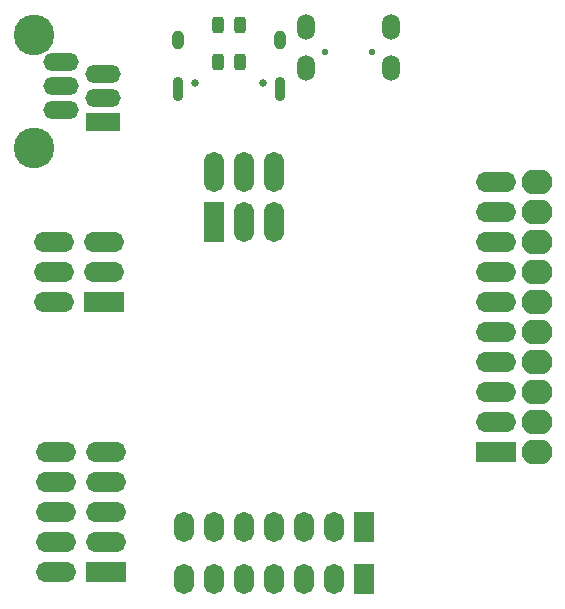
<source format=gbs>
G04 #@! TF.GenerationSoftware,KiCad,Pcbnew,6.0.5-a6ca702e91~116~ubuntu20.04.1*
G04 #@! TF.CreationDate,2022-05-18T13:30:30-07:00*
G04 #@! TF.ProjectId,tag-connect-breakout,7461672d-636f-46e6-9e65-63742d627265,rev?*
G04 #@! TF.SameCoordinates,Original*
G04 #@! TF.FileFunction,Soldermask,Bot*
G04 #@! TF.FilePolarity,Negative*
%FSLAX46Y46*%
G04 Gerber Fmt 4.6, Leading zero omitted, Abs format (unit mm)*
G04 Created by KiCad (PCBNEW 6.0.5-a6ca702e91~116~ubuntu20.04.1) date 2022-05-18 13:30:30*
%MOMM*%
%LPD*%
G01*
G04 APERTURE LIST*
G04 Aperture macros list*
%AMRoundRect*
0 Rectangle with rounded corners*
0 $1 Rounding radius*
0 $2 $3 $4 $5 $6 $7 $8 $9 X,Y pos of 4 corners*
0 Add a 4 corners polygon primitive as box body*
4,1,4,$2,$3,$4,$5,$6,$7,$8,$9,$2,$3,0*
0 Add four circle primitives for the rounded corners*
1,1,$1+$1,$2,$3*
1,1,$1+$1,$4,$5*
1,1,$1+$1,$6,$7*
1,1,$1+$1,$8,$9*
0 Add four rect primitives between the rounded corners*
20,1,$1+$1,$2,$3,$4,$5,0*
20,1,$1+$1,$4,$5,$6,$7,0*
20,1,$1+$1,$6,$7,$8,$9,0*
20,1,$1+$1,$8,$9,$2,$3,0*%
G04 Aperture macros list end*
%ADD10O,1.700000X3.400000*%
%ADD11R,1.700000X3.400000*%
%ADD12O,3.000000X1.500000*%
%ADD13R,3.000000X1.500000*%
%ADD14C,3.450000*%
%ADD15O,1.700000X2.550000*%
%ADD16R,1.700000X2.550000*%
%ADD17R,3.400000X1.700000*%
%ADD18O,3.400000X1.700000*%
%ADD19RoundRect,0.243750X0.243750X0.456250X-0.243750X0.456250X-0.243750X-0.456250X0.243750X-0.456250X0*%
%ADD20C,0.650000*%
%ADD21O,0.900000X2.100000*%
%ADD22O,1.000000X1.600000*%
%ADD23C,0.550000*%
%ADD24O,1.500000X2.200000*%
%ADD25O,2.600000X2.100000*%
G04 APERTURE END LIST*
D10*
G04 #@! TO.C,J7*
X63500000Y-95670000D03*
X63500000Y-99910000D03*
X60960000Y-95670000D03*
X60960000Y-99910000D03*
X58420000Y-95670000D03*
D11*
X58420000Y-99910000D03*
G04 #@! TD*
D12*
G04 #@! TO.C,J1*
X45480000Y-86360000D03*
X49010000Y-87376000D03*
X45478000Y-88392000D03*
X49010000Y-89408000D03*
X45480000Y-90424000D03*
D13*
X49010000Y-91440000D03*
D14*
X43180000Y-84137500D03*
X43180000Y-93662500D03*
G04 #@! TD*
D15*
G04 #@! TO.C,J11*
X55880000Y-125730000D03*
X58420000Y-125730000D03*
X60960000Y-125730000D03*
X63500000Y-125730000D03*
X66040000Y-125730000D03*
X68580000Y-125730000D03*
D16*
X71120000Y-125730000D03*
G04 #@! TD*
D17*
G04 #@! TO.C,J2*
X49317500Y-129540000D03*
D18*
X45077500Y-129540000D03*
X49317500Y-127000000D03*
X45077500Y-127000000D03*
X49317500Y-124460000D03*
X45077500Y-124460000D03*
X49317500Y-121920000D03*
X45077500Y-121920000D03*
X49317500Y-119380000D03*
X45077500Y-119380000D03*
G04 #@! TD*
D19*
G04 #@! TO.C,R2*
X58752500Y-86360000D03*
X60627500Y-86360000D03*
G04 #@! TD*
G04 #@! TO.C,R1*
X58752500Y-83240000D03*
X60627500Y-83240000D03*
G04 #@! TD*
D15*
G04 #@! TO.C,J9*
X55880000Y-130200000D03*
X58420000Y-130200000D03*
X60960000Y-130200000D03*
X63500000Y-130200000D03*
X66040000Y-130200000D03*
X68580000Y-130200000D03*
D16*
X71120000Y-130200000D03*
G04 #@! TD*
D20*
G04 #@! TO.C,J8*
X56800000Y-88170000D03*
X62580000Y-88170000D03*
D21*
X55370000Y-88670000D03*
X64010000Y-88670000D03*
D22*
X55370000Y-84490000D03*
X64010000Y-84490000D03*
G04 #@! TD*
D23*
G04 #@! TO.C,J6*
X71850000Y-85580000D03*
X67850000Y-85580000D03*
D24*
X73450000Y-83430000D03*
X66250000Y-83430000D03*
X66250000Y-86900000D03*
X73450000Y-86900000D03*
G04 #@! TD*
D18*
G04 #@! TO.C,J5*
X44870000Y-101600000D03*
X49110000Y-101600000D03*
X44870000Y-104140000D03*
X49110000Y-104140000D03*
X44870000Y-106680000D03*
D17*
X49110000Y-106680000D03*
G04 #@! TD*
D25*
G04 #@! TO.C,J3*
X85740000Y-96520000D03*
D18*
X82350000Y-96520000D03*
D25*
X85740000Y-99060000D03*
D18*
X82350000Y-99060000D03*
D25*
X85740000Y-101600000D03*
D18*
X82350000Y-101600000D03*
D25*
X85740000Y-104140000D03*
D18*
X82350000Y-104140000D03*
D25*
X85740000Y-106680000D03*
D18*
X82350000Y-106680000D03*
D25*
X85740000Y-109220000D03*
D18*
X82350000Y-109220000D03*
D25*
X85740000Y-111760000D03*
D18*
X82350000Y-111760000D03*
D25*
X85740000Y-114300000D03*
D18*
X82350000Y-114300000D03*
D25*
X85740000Y-116840000D03*
D18*
X82350000Y-116840000D03*
D25*
X85740000Y-119380000D03*
D17*
X82350000Y-119380000D03*
G04 #@! TD*
M02*

</source>
